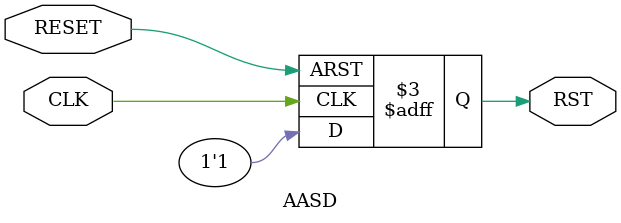
<source format=v>
/*
Name: Kenneth Galindo
Class: ECE 526 Lab
Lab Report: #5
File Name: AASD
*/

`timescale 1 ns / 1 ns

module AASD (RST, CLK, RESET);
	input CLK, RESET;
	output RST;
	
	reg TEMP, RST;

	always @(posedge CLK or negedge RESET)
	begin
		if (RESET == 1'b0)
		begin
			TEMP <= 1'b0;
			RST <= 1'b0;
		end
		else
		begin
			TEMP <= 1'b1;
			RST <= 1'b1;
		end
	end
endmodule

</source>
